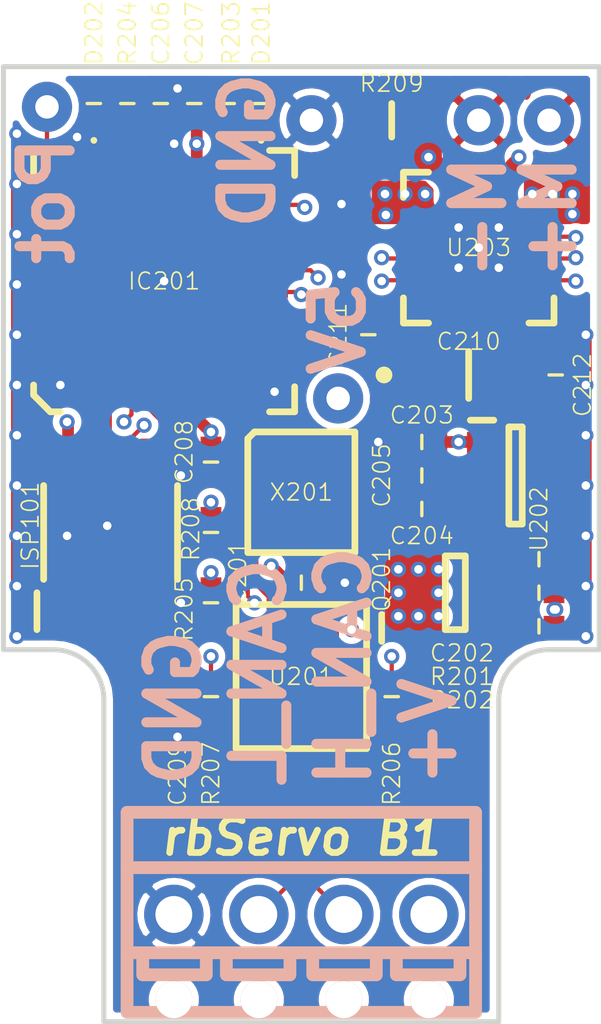
<source format=kicad_pcb>
(kicad_pcb (version 3) (host pcbnew "(2014-03-01 BZR 4730)-product")
  (layers (15 F.Cu signal) (2 Inner2.Cu signal) (1 Inner1.Cu signal) (0 B.Cu signal) (18 B.Paste user) (19 F.Paste user) (20 B.SilkS user) (21 F.SilkS user) (22 B.Mask user) (23 F.Mask user) (28 Edge.Cuts user))
  (net 0 "")
  (net 1 +5V)
  (net 2 +BATT)
  (net 3 /Core/ARef)
  (net 4 /Core/CAN_HIGH)
  (net 5 /Core/CAN_LOW)
  (net 6 /Core/CAN_RX)
  (net 7 /Core/CAN_TX)
  (net 8 /Core/ISP_MISO)
  (net 9 /Core/ISP_MOSI)
  (net 10 /Core/ISP_RES)
  (net 11 /Core/ISP_SCK)
  (net 12 /Core/Isense)
  (net 13 /Core/M+)
  (net 14 /Core/M-)
  (net 15 /Core/PWM_A)
  (net 16 /Core/PWM_B)
  (net 17 /Core/Vcp)
  (net 18 /Core/aPot)
  (net 19 /Core/ledA)
  (net 20 /Core/ledB)
  (net 21 /Core/m_EN)
  (net 22 /Core/m_FAULT)
  (net 23 /Core/uBattFB)
  (net 24 /Core/uIn)
  (net 25 /Core/vInt)
  (net 26 GND)
  (net 27 "Net-(C204-Pad1)")
  (net 28 "Net-(C205-Pad1)")
  (net 29 "Net-(C209-Pad2)")
  (net 30 "Net-(D201-Pad1)")
  (net 31 "Net-(D202-Pad1)")
  (net 32 "Net-(IC201-Pad14)")
  (net 33 "Net-(IC201-Pad23)")
  (net 34 "Net-(IC201-Pad24)")
  (net 35 "Net-(IC201-Pad25)")
  (net 36 "Net-(IC201-Pad27)")
  (net 37 "Net-(IC201-Pad28)")
  (net 38 "Net-(IC201-Pad29)")
  (net 39 "Net-(IC201-Pad30)")
  (net 40 "Net-(IC201-Pad32)")
  (net 41 "Net-(IC201-Pad8)")
  (net 42 "Net-(IC201-Pad9)")
  (net 43 "Net-(U201-Pad5)")
  (module SOT:SOT-23 (layer F.Cu) (at 166.4 108.2 270)
    (fp_text reference U202 (at 1.3 -0.7 450) (layer F.SilkS) (effects (font (size 0.5 0.5) (thickness 0.05))))
    (fp_text value LM3480 hide)
    (pad 3 smd rect (at 0 -1 270) (size 0.7 0.9) (layers F.Cu F.Paste F.Mask) (net 26 GND))
    (pad 1 smd rect (at -0.95 1 270) (size 0.7 0.9) (layers F.Cu F.Paste F.Mask) (net 1 +5V))
    (pad 2 smd rect (at 0.95 1 270) (size 0.7 0.9) (layers F.Cu F.Paste F.Mask) (net 2 +BATT))
  )
  (module SOT:SOT323_SC-70 (layer F.Cu) (at 164.6 111.7 90)
    (fp_text reference Q201 (at 0.4 -2.2 270) (layer F.SilkS) (effects (font (size 0.5 0.5) (thickness 0.05))))
    (fp_text value PMF170XP hide)
    (pad 1 smd rect (at -0.65 0.925 90) (size 0.6 0.55) (layers F.Cu F.Paste F.Mask) (net 26 GND))
    (pad 2 smd rect (at 0.65 0.925 90) (size 0.6 0.55) (layers F.Cu F.Paste F.Mask) (net 2 +BATT))
    (pad 3 smd rect (at 0 -0.925 90) (size 0.6 0.55) (layers F.Cu F.Paste F.Mask) (net 24 /Core/uIn))
  )
  (module XTAL:SMD-2.5x2mm (layer F.Cu) (at 160 108.7 270)
    (fp_text reference X201 (at 0 0 360) (layer F.SilkS) (effects (font (size 0.5 0.5) (thickness 0.05))))
    (fp_text value 16MHz hide)
    (pad 1 smd rect (at -0.925 0.775 270) (size 1 0.9) (layers F.Cu F.Paste F.Mask) (net 27 "Net-(C204-Pad1)"))
    (pad 2 smd rect (at 0.925 0.775 270) (size 1 0.9) (layers F.Cu F.Paste F.Mask) (net 26 GND))
    (pad 3 smd rect (at 0.925 -0.775 270) (size 1 0.9) (layers F.Cu F.Paste F.Mask) (net 28 "Net-(C205-Pad1)"))
    (pad 4 smd rect (at -0.925 -0.775 270) (size 1 0.9) (layers F.Cu F.Paste F.Mask) (net 26 GND))
  )
  (module SMD_Discrete:0805-2012 (layer F.Cu) (at 162.7 97.6 180)
    (fp_text reference R209 (at 0 1.1 180) (layer F.SilkS) (effects (font (size 0.5 0.5) (thickness 0.05))))
    (fp_text value 200m hide)
    (pad 1 smd rect (at -0.75 0 180) (size 0.95 1.35) (layers F.Cu F.Paste F.Mask) (net 12 /Core/Isense))
    (pad 2 smd rect (at 0.75 0 180) (size 0.95 1.35) (layers F.Cu F.Paste F.Mask) (net 26 GND))
  )
  (module Pin_Header_1.27mm:2x3-RECEPTACLE-SMD (layer F.Cu) (at 154.3 109.9)
    (fp_text reference ISP101 (at -2.4 -0.2 90) (layer F.SilkS) (effects (font (size 0.5 0.5) (thickness 0.05))))
    (fp_text value ATMEL_ISP-6P hide)
    (pad 1 smd rect (at -1.27 1.775) (size 0.76 2.05) (layers F.Cu F.Paste F.Mask) (net 8 /Core/ISP_MISO))
    (pad 2 smd rect (at -1.27 -1.775) (size 0.76 2.05) (layers F.Cu F.Paste F.Mask) (net 1 +5V))
    (pad 3 smd rect (at 0 1.775) (size 0.76 2.05) (layers F.Cu F.Paste F.Mask) (net 11 /Core/ISP_SCK))
    (pad 4 smd rect (at 0 -1.775) (size 0.76 2.05) (layers F.Cu F.Paste F.Mask) (net 9 /Core/ISP_MOSI))
    (pad 5 smd rect (at 1.27 1.775) (size 0.76 2.05) (layers F.Cu F.Paste F.Mask) (net 10 /Core/ISP_RES))
    (pad 6 smd rect (at 1.27 -1.775) (size 0.76 2.05) (layers F.Cu F.Paste F.Mask) (net 26 GND))
  )
  (module Vias_and_Pads:0.7x1.5mm (layer B.Cu) (at 161.1 105.9)
    (fp_text reference P104 hide)
    (fp_text value 5V (at 0 -2.1 90) (layer B.SilkS) (effects (font (size 1.5 1.5) (thickness 0.3)) (justify mirror)))
    (pad 1 thru_hole circle (at 0 0) (size 1.5 1.5) (drill 0.7) (layers *.Cu *.Mask) (net 1 +5V))
  )
  (module Vias_and_Pads:0.7x1.5mm (layer B.Cu) (at 160.3 97.6)
    (fp_text reference P105 hide)
    (fp_text value GND (at -1.9 0.9 90) (layer B.SilkS) (effects (font (size 1.5 1.5) (thickness 0.3)) (justify mirror)))
    (pad 1 thru_hole circle (at 0 0) (size 1.5 1.5) (drill 0.7) (layers *.Cu *.Mask) (net 26 GND))
  )
  (module Vias_and_Pads:0.7x1.5mm (layer B.Cu) (at 152.4 97.2)
    (fp_text reference P109 hide)
    (fp_text value Pot (at 0 2.8 90) (layer B.SilkS) (effects (font (size 1.5 1.5) (thickness 0.3)) (justify mirror)))
    (pad 1 thru_hole circle (at 0 0) (size 1.5 1.5) (drill 0.7) (layers *.Cu *.Mask) (net 18 /Core/aPot))
  )
  (module Vias_and_Pads:0.7x1.5mm (layer B.Cu) (at 167.4 97.6)
    (fp_text reference P113 hide)
    (fp_text value M+ (at 0 2.9 90) (layer B.SilkS) (effects (font (size 1.5 1.5) (thickness 0.3)) (justify mirror)))
    (pad 1 thru_hole circle (at 0 0) (size 1.5 1.5) (drill 0.7) (layers *.Cu *.Mask) (net 13 /Core/M+))
  )
  (module Vias_and_Pads:0.7x1.5mm (layer B.Cu) (at 165.3 97.6)
    (fp_text reference P114 hide)
    (fp_text value M- (at 0 2.9 90) (layer B.SilkS) (effects (font (size 1.5 1.5) (thickness 0.3)) (justify mirror)))
    (pad 1 thru_hole circle (at 0 0) (size 1.5 1.5) (drill 0.7) (layers *.Cu *.Mask) (net 14 /Core/M-))
  )
  (module SMD_Tantalum:A-3216-18 (layer F.Cu) (at 165 105.2)
    (fp_text reference C210 (at 0 -1) (layer F.SilkS) (effects (font (size 0.5 0.5) (thickness 0.05))))
    (fp_text value 10u hide)
    (pad 1 smd rect (at -1.2 0) (size 1.42 1.13) (layers F.Cu F.Paste F.Mask) (net 2 +BATT))
    (pad 2 smd rect (at 1.2 0) (size 1.42 1.13) (layers F.Cu F.Paste F.Mask) (net 26 GND))
  )
  (module SMD_Discrete:0402-1005 (layer F.Cu) (at 160 111.4)
    (fp_text reference C201 (at -1.9 -0.3 270) (layer F.SilkS) (effects (font (size 0.5 0.5) (thickness 0.05))))
    (fp_text value 100n hide)
    (pad 1 smd rect (at -0.45 0) (size 0.62 0.62) (layers F.Cu F.Paste F.Mask) (net 1 +5V))
    (pad 2 smd rect (at 0.45 0) (size 0.62 0.62) (layers F.Cu F.Paste F.Mask) (net 26 GND))
  )
  (module SMD_Discrete:0402-1005 (layer F.Cu) (at 167.1 110.7)
    (fp_text reference C202 (at -2.3 2.8) (layer F.SilkS) (effects (font (size 0.5 0.5) (thickness 0.05))))
    (fp_text value 0µ1 hide)
    (pad 1 smd rect (at -0.45 0) (size 0.62 0.62) (layers F.Cu F.Paste F.Mask) (net 2 +BATT))
    (pad 2 smd rect (at 0.45 0) (size 0.62 0.62) (layers F.Cu F.Paste F.Mask) (net 26 GND))
  )
  (module SMD_Discrete:0402-1005 (layer F.Cu) (at 163.6 109.2)
    (fp_text reference C204 (at 0 0.8) (layer F.SilkS) (effects (font (size 0.5 0.5) (thickness 0.05))))
    (fp_text value 12p hide)
    (pad 1 smd rect (at -0.45 0) (size 0.62 0.62) (layers F.Cu F.Paste F.Mask) (net 27 "Net-(C204-Pad1)"))
    (pad 2 smd rect (at 0.45 0) (size 0.62 0.62) (layers F.Cu F.Paste F.Mask) (net 26 GND))
  )
  (module SMD_Discrete:0402-1005 (layer F.Cu) (at 163.6 108.2)
    (fp_text reference C205 (at -1.2 0 90) (layer F.SilkS) (effects (font (size 0.5 0.5) (thickness 0.05))))
    (fp_text value 12p hide)
    (pad 1 smd rect (at -0.45 0) (size 0.62 0.62) (layers F.Cu F.Paste F.Mask) (net 28 "Net-(C205-Pad1)"))
    (pad 2 smd rect (at 0.45 0) (size 0.62 0.62) (layers F.Cu F.Paste F.Mask) (net 26 GND))
  )
  (module SMD_Discrete:0402-1005 (layer F.Cu) (at 155.8 97.1 90)
    (fp_text reference C206 (at 2.1 0 90) (layer F.SilkS) (effects (font (size 0.5 0.5) (thickness 0.05))))
    (fp_text value 100n hide)
    (pad 1 smd rect (at -0.45 0 90) (size 0.62 0.62) (layers F.Cu F.Paste F.Mask) (net 3 /Core/ARef))
    (pad 2 smd rect (at 0.45 0 90) (size 0.62 0.62) (layers F.Cu F.Paste F.Mask) (net 26 GND))
  )
  (module SMD_Discrete:0402-1005 (layer F.Cu) (at 156.8 97.1 90)
    (fp_text reference C207 (at 2.1 0 90) (layer F.SilkS) (effects (font (size 0.5 0.5) (thickness 0.05))))
    (fp_text value 100n hide)
    (pad 1 smd rect (at -0.45 0 90) (size 0.62 0.62) (layers F.Cu F.Paste F.Mask) (net 1 +5V))
    (pad 2 smd rect (at 0.45 0 90) (size 0.62 0.62) (layers F.Cu F.Paste F.Mask) (net 26 GND))
  )
  (module SMD_Discrete:0402-1005 (layer F.Cu) (at 157.3 107.8 270)
    (fp_text reference C208 (at -0.3 0.8 270) (layer F.SilkS) (effects (font (size 0.5 0.5) (thickness 0.05))))
    (fp_text value 100n hide)
    (pad 1 smd rect (at -0.45 0 270) (size 0.62 0.62) (layers F.Cu F.Paste F.Mask) (net 1 +5V))
    (pad 2 smd rect (at 0.45 0 270) (size 0.62 0.62) (layers F.Cu F.Paste F.Mask) (net 26 GND))
  )
  (module SMD_Discrete:0402-1005 (layer F.Cu) (at 156.3 114.8 90)
    (fp_text reference C209 (at -2.3 0 90) (layer F.SilkS) (effects (font (size 0.5 0.5) (thickness 0.05))))
    (fp_text value cCAN hide)
    (pad 1 smd rect (at -0.45 0 90) (size 0.62 0.62) (layers F.Cu F.Paste F.Mask) (net 26 GND))
    (pad 2 smd rect (at 0.45 0 90) (size 0.62 0.62) (layers F.Cu F.Paste F.Mask) (net 29 "Net-(C209-Pad2)"))
  )
  (module SMD_Discrete:0402-1005 (layer F.Cu) (at 162 104 90)
    (fp_text reference C211 (at 0 -0.9 90) (layer F.SilkS) (effects (font (size 0.5 0.5) (thickness 0.05))))
    (fp_text value 100n hide)
    (pad 1 smd rect (at -0.45 0 90) (size 0.62 0.62) (layers F.Cu F.Paste F.Mask) (net 2 +BATT))
    (pad 2 smd rect (at 0.45 0 90) (size 0.62 0.62) (layers F.Cu F.Paste F.Mask) (net 17 /Core/Vcp))
  )
  (module SMD_Discrete:0402-1005 (layer F.Cu) (at 167.1 111.7)
    (fp_text reference R201 (at -2.3 2.5) (layer F.SilkS) (effects (font (size 0.5 0.5) (thickness 0.05))))
    (fp_text value 12k hide)
    (pad 1 smd rect (at -0.45 0) (size 0.62 0.62) (layers F.Cu F.Paste F.Mask) (net 2 +BATT))
    (pad 2 smd rect (at 0.45 0) (size 0.62 0.62) (layers F.Cu F.Paste F.Mask) (net 23 /Core/uBattFB))
  )
  (module SMD_Discrete:0402-1005 (layer F.Cu) (at 167.1 112.7 180)
    (fp_text reference R202 (at 2.3 -2.2 180) (layer F.SilkS) (effects (font (size 0.5 0.5) (thickness 0.05))))
    (fp_text value 22k hide)
    (pad 1 smd rect (at -0.45 0 180) (size 0.62 0.62) (layers F.Cu F.Paste F.Mask) (net 23 /Core/uBattFB))
    (pad 2 smd rect (at 0.45 0 180) (size 0.62 0.62) (layers F.Cu F.Paste F.Mask) (net 26 GND))
  )
  (module SMD_Discrete:0402-1005 (layer F.Cu) (at 157.8 97.1 90)
    (fp_text reference R203 (at 2.1 0.1 90) (layer F.SilkS) (effects (font (size 0.5 0.5) (thickness 0.05))))
    (fp_text value 400 hide)
    (pad 1 smd rect (at -0.45 0 90) (size 0.62 0.62) (layers F.Cu F.Paste F.Mask) (net 19 /Core/ledA))
    (pad 2 smd rect (at 0.45 0 90) (size 0.62 0.62) (layers F.Cu F.Paste F.Mask) (net 30 "Net-(D201-Pad1)"))
  )
  (module SMD_Discrete:0402-1005 (layer F.Cu) (at 154.8 97.1 90)
    (fp_text reference R204 (at 2.1 0 90) (layer F.SilkS) (effects (font (size 0.5 0.5) (thickness 0.05))))
    (fp_text value 400 hide)
    (pad 1 smd rect (at -0.45 0 90) (size 0.62 0.62) (layers F.Cu F.Paste F.Mask) (net 20 /Core/ledB))
    (pad 2 smd rect (at 0.45 0 90) (size 0.62 0.62) (layers F.Cu F.Paste F.Mask) (net 31 "Net-(D202-Pad1)"))
  )
  (module SMD_Discrete:0402-1005 (layer F.Cu) (at 157.3 112 270)
    (fp_text reference R205 (at 0.2 0.8 450) (layer F.SilkS) (effects (font (size 0.5 0.5) (thickness 0.05))))
    (fp_text value 10k hide)
    (pad 1 smd rect (at -0.45 0 270) (size 0.62 0.62) (layers F.Cu F.Paste F.Mask) (net 1 +5V))
    (pad 2 smd rect (at 0.45 0 270) (size 0.62 0.62) (layers F.Cu F.Paste F.Mask) (net 10 /Core/ISP_RES))
  )
  (module SMD_Discrete:0402-1005 (layer F.Cu) (at 162.7 114.8 90)
    (fp_text reference R206 (at -2.3 0 90) (layer F.SilkS) (effects (font (size 0.5 0.5) (thickness 0.05))))
    (fp_text value rCAN hide)
    (pad 1 smd rect (at -0.45 0 90) (size 0.62 0.62) (layers F.Cu F.Paste F.Mask) (net 4 /Core/CAN_HIGH))
    (pad 2 smd rect (at 0.45 0 90) (size 0.62 0.62) (layers F.Cu F.Paste F.Mask) (net 29 "Net-(C209-Pad2)"))
  )
  (module SMD_Discrete:0402-1005 (layer F.Cu) (at 157.3 114.8 270)
    (fp_text reference R207 (at 2.3 0 270) (layer F.SilkS) (effects (font (size 0.5 0.5) (thickness 0.05))))
    (fp_text value rCAN hide)
    (pad 1 smd rect (at -0.45 0 270) (size 0.62 0.62) (layers F.Cu F.Paste F.Mask) (net 29 "Net-(C209-Pad2)"))
    (pad 2 smd rect (at 0.45 0 270) (size 0.62 0.62) (layers F.Cu F.Paste F.Mask) (net 5 /Core/CAN_LOW))
  )
  (module SMD_Discrete:0402-1005 (layer F.Cu) (at 157.3 109.9 90)
    (fp_text reference R208 (at 0.1 -0.6 90) (layer F.SilkS) (effects (font (size 0.5 0.5) (thickness 0.05))))
    (fp_text value 4k7 hide)
    (pad 1 smd rect (at -0.45 0 90) (size 0.62 0.62) (layers F.Cu F.Paste F.Mask) (net 8 /Core/ISP_MISO))
    (pad 2 smd rect (at 0.45 0 90) (size 0.62 0.62) (layers F.Cu F.Paste F.Mask) (net 15 /Core/PWM_A))
  )
  (module SMD_Discrete:0402-1005 (layer F.Cu) (at 167.6 105.2 270)
    (fp_text reference C212 (at 0.3 -0.8 270) (layer F.SilkS) (effects (font (size 0.5 0.5) (thickness 0.05))))
    (fp_text value 2u2 hide)
    (pad 1 smd rect (at -0.45 0 270) (size 0.62 0.62) (layers F.Cu F.Paste F.Mask) (net 25 /Core/vInt))
    (pad 2 smd rect (at 0.45 0 270) (size 0.62 0.62) (layers F.Cu F.Paste F.Mask) (net 26 GND))
  )
  (module SMD_Discrete:0402-1005 (layer F.Cu) (at 163.6 107.2 180)
    (fp_text reference C203 (at 0 0.8 180) (layer F.SilkS) (effects (font (size 0.5 0.5) (thickness 0.05))))
    (fp_text value 0µ1 hide)
    (pad 1 smd rect (at -0.45 0 180) (size 0.62 0.62) (layers F.Cu F.Paste F.Mask) (net 1 +5V))
    (pad 2 smd rect (at 0.45 0 180) (size 0.62 0.62) (layers F.Cu F.Paste F.Mask) (net 26 GND))
  )
  (module SMD_Discrete:LED-0402-1005 (layer F.Cu) (at 153.8 97.1 270)
    (fp_text reference D202 (at -2.1 0 270) (layer F.SilkS) (effects (font (size 0.5 0.5) (thickness 0.05))))
    (fp_text value LED hide)
    (pad 1 smd rect (at -0.45 0 270) (size 0.62 0.62) (layers F.Cu F.Paste F.Mask) (net 31 "Net-(D202-Pad1)"))
    (pad 2 smd rect (at 0.45 0 270) (size 0.62 0.62) (layers F.Cu F.Paste F.Mask) (net 26 GND))
  )
  (module SMD_Discrete:LED-0402-1005 (layer F.Cu) (at 158.8 97.1 270)
    (fp_text reference D201 (at -2.1 0 270) (layer F.SilkS) (effects (font (size 0.5 0.5) (thickness 0.05))))
    (fp_text value LED hide)
    (pad 1 smd rect (at -0.45 0 270) (size 0.62 0.62) (layers F.Cu F.Paste F.Mask) (net 30 "Net-(D201-Pad1)"))
    (pad 2 smd rect (at 0.45 0 270) (size 0.62 0.62) (layers F.Cu F.Paste F.Mask) (net 26 GND))
  )
  (module SOT:SOT782-1 (layer F.Cu) (at 160 114.2 180)
    (fp_text reference U201 (at 0 0 180) (layer F.SilkS) (effects (font (size 0.5 0.5) (thickness 0.05))))
    (fp_text value TJA1051 hide)
    (pad 1 smd rect (at -0.975 1.45 180) (size 0.3 0.7) (layers F.Cu F.Paste F.Mask) (net 7 /Core/CAN_TX))
    (pad 9 smd rect (at 0 0 180) (size 2.45 1.65) (layers F.Cu F.Mask) (net 26 GND))
    (pad 2 smd rect (at -0.325 1.45 180) (size 0.3 0.7) (layers F.Cu F.Paste F.Mask) (net 26 GND))
    (pad 3 smd rect (at 0.325 1.45 180) (size 0.3 0.7) (layers F.Cu F.Paste F.Mask) (net 1 +5V))
    (pad 4 smd rect (at 0.975 1.45 180) (size 0.3 0.7) (layers F.Cu F.Paste F.Mask) (net 6 /Core/CAN_RX))
    (pad 5 smd rect (at 0.975 -1.45 180) (size 0.3 0.7) (layers F.Cu F.Paste F.Mask) (net 43 "Net-(U201-Pad5)"))
    (pad 6 smd rect (at 0.325 -1.45 180) (size 0.3 0.7) (layers F.Cu F.Paste F.Mask) (net 5 /Core/CAN_LOW))
    (pad 7 smd rect (at -0.325 -1.45 180) (size 0.3 0.7) (layers F.Cu F.Paste F.Mask) (net 4 /Core/CAN_HIGH))
    (pad 8 smd rect (at -0.975 -1.45 180) (size 0.3 0.7) (layers F.Cu F.Paste F.Mask) (net 26 GND))
  )
  (module QFN:QFN-32_0mm65 (layer F.Cu) (at 155.9 102.4)
    (fp_text reference IC201 (at 0 0) (layer F.SilkS) (effects (font (size 0.5 0.5) (thickness 0.05))))
    (fp_text value ATMEGA32M1_QFN32 hide)
    (pad 33 smd rect (at 0 0) (size 4.5 4.5) (layers F.Cu F.Mask) (net 26 GND))
    (pad 1 smd rect (at -2.275 3.225) (size 0.35 0.95) (layers F.Cu F.Paste F.Mask) (net 8 /Core/ISP_MISO))
    (pad 2 smd rect (at -1.625 3.225) (size 0.35 0.95) (layers F.Cu F.Paste F.Mask) (net 9 /Core/ISP_MOSI))
    (pad 3 smd rect (at -0.975 3.225) (size 0.35 0.95) (layers F.Cu F.Paste F.Mask) (net 16 /Core/PWM_B))
    (pad 4 smd rect (at -0.325 3.225) (size 0.35 0.95) (layers F.Cu F.Paste F.Mask) (net 1 +5V))
    (pad 5 smd rect (at 0.325 3.225) (size 0.35 0.95) (layers F.Cu F.Paste F.Mask) (net 26 GND))
    (pad 6 smd rect (at 0.975 3.225) (size 0.35 0.95) (layers F.Cu F.Paste F.Mask) (net 7 /Core/CAN_TX))
    (pad 7 smd rect (at 1.625 3.225) (size 0.35 0.95) (layers F.Cu F.Paste F.Mask) (net 6 /Core/CAN_RX))
    (pad 8 smd rect (at 2.275 3.225) (size 0.35 0.95) (layers F.Cu F.Paste F.Mask) (net 41 "Net-(IC201-Pad8)"))
    (pad 9 smd rect (at 3.225 2.275 90) (size 0.35 0.95) (layers F.Cu F.Paste F.Mask) (net 42 "Net-(IC201-Pad9)"))
    (pad 10 smd rect (at 3.225 1.625 90) (size 0.35 0.95) (layers F.Cu F.Paste F.Mask) (net 27 "Net-(C204-Pad1)"))
    (pad 11 smd rect (at 3.225 0.975 90) (size 0.35 0.95) (layers F.Cu F.Paste F.Mask) (net 28 "Net-(C205-Pad1)"))
    (pad 12 smd rect (at 3.225 0.325 90) (size 0.35 0.95) (layers F.Cu F.Paste F.Mask) (net 11 /Core/ISP_SCK))
    (pad 13 smd rect (at 3.225 -0.325 90) (size 0.35 0.95) (layers F.Cu F.Paste F.Mask) (net 23 /Core/uBattFB))
    (pad 14 smd rect (at 3.225 -0.975 90) (size 0.35 0.95) (layers F.Cu F.Paste F.Mask) (net 32 "Net-(IC201-Pad14)"))
    (pad 15 smd rect (at 3.225 -1.625 90) (size 0.35 0.95) (layers F.Cu F.Paste F.Mask) (net 22 /Core/m_FAULT))
    (pad 16 smd rect (at 3.225 -2.275 90) (size 0.35 0.95) (layers F.Cu F.Paste F.Mask) (net 21 /Core/m_EN))
    (pad 17 smd rect (at 2.275 -3.225) (size 0.35 0.95) (layers F.Cu F.Paste F.Mask) (net 12 /Core/Isense))
    (pad 18 smd rect (at 1.625 -3.225) (size 0.35 0.95) (layers F.Cu F.Paste F.Mask) (net 19 /Core/ledA))
    (pad 19 smd rect (at 0.975 -3.225) (size 0.35 0.95) (layers F.Cu F.Paste F.Mask) (net 1 +5V))
    (pad 20 smd rect (at 0.325 -3.225) (size 0.35 0.95) (layers F.Cu F.Paste F.Mask) (net 26 GND))
    (pad 21 smd rect (at -0.325 -3.225) (size 0.35 0.95) (layers F.Cu F.Paste F.Mask) (net 3 /Core/ARef))
    (pad 22 smd rect (at -0.975 -3.225) (size 0.35 0.95) (layers F.Cu F.Paste F.Mask) (net 20 /Core/ledB))
    (pad 23 smd rect (at -1.625 -3.225) (size 0.35 0.95) (layers F.Cu F.Paste F.Mask) (net 33 "Net-(IC201-Pad23)"))
    (pad 24 smd rect (at -2.275 -3.225) (size 0.35 0.95) (layers F.Cu F.Paste F.Mask) (net 34 "Net-(IC201-Pad24)"))
    (pad 25 smd rect (at -3.225 -2.275 90) (size 0.35 0.95) (layers F.Cu F.Paste F.Mask) (net 35 "Net-(IC201-Pad25)"))
    (pad 26 smd rect (at -3.225 -1.625 90) (size 0.35 0.95) (layers F.Cu F.Paste F.Mask) (net 18 /Core/aPot))
    (pad 27 smd rect (at -3.225 -0.975 90) (size 0.35 0.95) (layers F.Cu F.Paste F.Mask) (net 36 "Net-(IC201-Pad27)"))
    (pad 28 smd rect (at -3.225 -0.325 90) (size 0.35 0.95) (layers F.Cu F.Paste F.Mask) (net 37 "Net-(IC201-Pad28)"))
    (pad 29 smd rect (at -3.225 0.325 90) (size 0.35 0.95) (layers F.Cu F.Paste F.Mask) (net 38 "Net-(IC201-Pad29)"))
    (pad 30 smd rect (at -3.225 0.975 90) (size 0.35 0.95) (layers F.Cu F.Paste F.Mask) (net 39 "Net-(IC201-Pad30)"))
    (pad 31 smd rect (at -3.225 1.625 90) (size 0.35 0.95) (layers F.Cu F.Paste F.Mask) (net 10 /Core/ISP_RES))
    (pad 32 smd rect (at -3.225 2.275 90) (size 0.35 0.95) (layers F.Cu F.Paste F.Mask) (net 40 "Net-(IC201-Pad32)"))
  )
  (module QFN:PQFN-16 (layer F.Cu) (at 165.3 101.4 180)
    (fp_text reference U203 (at 0 0 180) (layer F.SilkS) (effects (font (size 0.5 0.5) (thickness 0.05))))
    (fp_text value DRV8833-QFN hide)
    (pad 1 smd rect (at -0.975 1.9 180) (size 0.35 1) (layers F.Cu F.Paste F.Mask) (net 12 /Core/Isense))
    (pad PPAD smd rect (at 0 0 180) (size 2.1 2.1) (layers F.Cu F.Mask) (net 26 GND))
    (pad 2 smd rect (at -0.325 1.9 180) (size 0.35 1) (layers F.Cu F.Paste F.Mask) (net 14 /Core/M-))
    (pad 3 smd rect (at 0.325 1.9 180) (size 0.35 1) (layers F.Cu F.Paste F.Mask) (net 14 /Core/M-))
    (pad 4 smd rect (at 0.975 1.9 180) (size 0.35 1) (layers F.Cu F.Paste F.Mask) (net 12 /Core/Isense))
    (pad 5 smd rect (at 1.9 0.975 270) (size 0.35 1) (layers F.Cu F.Paste F.Mask) (net 13 /Core/M+))
    (pad 6 smd rect (at 1.9 0.325 270) (size 0.35 1) (layers F.Cu F.Paste F.Mask) (net 22 /Core/m_FAULT))
    (pad 7 smd rect (at 1.9 -0.325 270) (size 0.35 1) (layers F.Cu F.Paste F.Mask) (net 15 /Core/PWM_A))
    (pad 8 smd rect (at 1.9 -0.975 270) (size 0.35 1) (layers F.Cu F.Paste F.Mask) (net 16 /Core/PWM_B))
    (pad 9 smd rect (at 0.975 -1.9) (size 0.35 1) (layers F.Cu F.Paste F.Mask) (net 17 /Core/Vcp))
    (pad 10 smd rect (at 0.325 -1.9) (size 0.35 1) (layers F.Cu F.Paste F.Mask) (net 2 +BATT))
    (pad 11 smd rect (at -0.325 -1.9) (size 0.35 1) (layers F.Cu F.Paste F.Mask) (net 26 GND))
    (pad 12 smd rect (at -0.975 -1.9) (size 0.35 1) (layers F.Cu F.Paste F.Mask) (net 25 /Core/vInt))
    (pad 13 smd rect (at -1.9 -0.975 90) (size 0.35 1) (layers F.Cu F.Paste F.Mask) (net 16 /Core/PWM_B))
    (pad 14 smd rect (at -1.9 -0.325 90) (size 0.35 1) (layers F.Cu F.Paste F.Mask) (net 15 /Core/PWM_A))
    (pad 15 smd rect (at -1.9 0.325 90) (size 0.35 1) (layers F.Cu F.Paste F.Mask) (net 21 /Core/m_EN))
    (pad 16 smd rect (at -1.9 0.975 90) (size 0.35 1) (layers F.Cu F.Paste F.Mask) (net 13 /Core/M+))
  )
  (module Outlines:rbServo_Outline (layer F.Cu) (at 160 110)
    (fp_text reference OL101 hide)
    (fp_text value OUTLINE hide)
  )
  (module rbv_connectors:MPT_0,5_2,54x04 (layer B.Cu) (at 160 121.3 180)
    (fp_text reference P101 hide)
    (fp_text value EXTCON hide)
    (pad 2 thru_hole circle (at -1.27 0 180) (size 1.778 1.778) (drill 1.1) (layers *.Cu *.Mask) (net 4 /Core/CAN_HIGH))
    (pad 1 thru_hole circle (at -3.81 0 180) (size 1.778 1.778) (drill 1.1) (layers *.Cu *.Mask) (net 24 /Core/uIn))
    (pad "" thru_hole circle (at -3.81 -2.54 180) (size 1.1 1.1) (drill 1.1) (layers *.Cu *.Mask B.SilkS))
    (pad "" thru_hole circle (at -1.27 -2.54 180) (size 1.1 1.1) (drill 1.1) (layers *.Cu *.Mask B.SilkS))
    (pad "" thru_hole circle (at 3.81 -2.54 180) (size 1.1 1.1) (drill 1.1) (layers *.Cu *.Mask B.SilkS))
    (pad "" thru_hole circle (at 1.27 -2.54 180) (size 1.1 1.1) (drill 1.1) (layers *.Cu *.Mask B.SilkS))
    (pad 3 thru_hole circle (at 1.27 0 180) (size 1.778 1.778) (drill 1.1) (layers *.Cu *.Mask) (net 5 /Core/CAN_LOW))
    (pad 4 thru_hole circle (at 3.81 0 180) (size 1.778 1.778) (drill 1.1) (layers *.Cu *.Mask) (net 26 GND))
  )
  (gr_text "rbServo B1" (at 160 119) (layer F.SilkS) (effects (font (size 1 1) (thickness 0.2) italic)))
  (gr_text GND (at 156.19 117.62 90) (layer B.SilkS) (effects (font (size 1.5 1.5) (thickness 0.3)) (justify right mirror)))
  (gr_text CAN_L (at 158.73 117.62 90) (layer B.SilkS) (effects (font (size 1.5 1.5) (thickness 0.3)) (justify right mirror)))
  (gr_text CAN_H (at 161.27 117.62 90) (layer B.SilkS) (effects (font (size 1.5 1.5) (thickness 0.3)) (justify right mirror)))
  (gr_text V+ (at 163.81 117.62 90) (layer B.SilkS) (effects (font (size 1.5 1.5) (thickness 0.3)) (justify right mirror)))
  (gr_arc (start 152.6 114.9) (end 152.6 113.4) (angle 90) (layer Edge.Cuts) (width 0.15))
  (gr_arc (start 167.4 114.9) (end 165.9 114.9) (angle 90) (layer Edge.Cuts) (width 0.15))
  (gr_line (start 165.9 124.5) (end 165.9 114.9) (angle 90) (layer Edge.Cuts) (width 0.15))
  (gr_line (start 154.1 124.5) (end 165.9 124.5) (angle 90) (layer Edge.Cuts) (width 0.15))
  (gr_line (start 154.1 114.9) (end 154.1 124.5) (angle 90) (layer Edge.Cuts) (width 0.15))
  (gr_line (start 151.1 113.4) (end 152.6 113.4) (angle 90) (layer Edge.Cuts) (width 0.15))
  (gr_line (start 151.1 96) (end 151.1 113.4) (angle 90) (layer Edge.Cuts) (width 0.15))
  (gr_line (start 168.9 96) (end 151.1 96) (angle 90) (layer Edge.Cuts) (width 0.15))
  (gr_line (start 168.9 113.4) (end 168.9 96) (angle 90) (layer Edge.Cuts) (width 0.15))
  (gr_line (start 167.4 113.4) (end 168.9 113.4) (angle 90) (layer Edge.Cuts) (width 0.15))
  (segment (start 157.3 111.55) (end 157.3 111.1) (width 0.35) (layer F.Cu) (net 1))
  (via (at 157.3 111.1) (size 0.4572) (layers F.Cu B.Cu) (net 1))
  (segment (start 157.35 111.55) (end 157.3 111.55) (width 0.127) (layer F.Cu) (net 1))
  (segment (start 153.03 108.125) (end 153.03 106.63) (width 0.35) (layer F.Cu) (net 1))
  (via (at 153 106.6) (size 0.4572) (layers F.Cu B.Cu) (net 1))
  (segment (start 153.03 106.63) (end 153 106.6) (width 0.35) (layer F.Cu) (net 1))
  (segment (start 159.55 111.4) (end 159.55 111.35) (width 0.35) (layer F.Cu) (net 1))
  (via (at 159.1 110.9) (size 0.4572) (layers F.Cu B.Cu) (net 1))
  (segment (start 159.55 111.35) (end 159.1 110.9) (width 0.35) (layer F.Cu) (net 1))
  (via (at 157.3 106.9) (size 0.4572) (layers F.Cu B.Cu) (net 1))
  (segment (start 157.3 106.9) (end 157.283102 106.9) (width 0.35) (layer F.Cu) (net 1))
  (segment (start 156.883102 106.5) (end 155.9 106.5) (width 0.35) (layer F.Cu) (net 1))
  (segment (start 157.283102 106.9) (end 156.883102 106.5) (width 0.35) (layer F.Cu) (net 1))
  (segment (start 155.9 106.5) (end 155.7 106.3) (width 0.35) (layer F.Cu) (net 1))
  (segment (start 157.3 107.35) (end 157.3 106.9) (width 0.35) (layer F.Cu) (net 1))
  (segment (start 155.9 106.5) (end 155.7 106.3) (width 0.35) (layer F.Cu) (net 1))
  (via (at 156.875 98.3) (size 0.4572) (layers F.Cu B.Cu) (net 1))
  (via (at 164.7 107.2) (size 0.4572) (layers F.Cu B.Cu) (net 1))
  (segment (start 164.05 107.2) (end 164.7 107.2) (width 0.35) (layer F.Cu) (net 1))
  (segment (start 164.7 107.2) (end 165.35 107.2) (width 0.35) (layer F.Cu) (net 1))
  (segment (start 165.35 107.2) (end 165.4 107.25) (width 0.35) (layer F.Cu) (net 1))
  (segment (start 156.875 99.175) (end 156.875 98.3) (width 0.35) (layer F.Cu) (net 1))
  (segment (start 156.875 98.3) (end 156.875 97.625) (width 0.35) (layer F.Cu) (net 1))
  (segment (start 156.875 97.625) (end 156.8 97.55) (width 0.35) (layer F.Cu) (net 1))
  (segment (start 159.675 112.75) (end 159.675 111.525) (width 0.35) (layer F.Cu) (net 1))
  (segment (start 159.675 111.525) (end 159.55 111.4) (width 0.35) (layer F.Cu) (net 1))
  (segment (start 155.575 106.175) (end 155.575 105.625) (width 0.35) (layer F.Cu) (net 1))
  (segment (start 155.7 106.3) (end 155.575 106.175) (width 0.35) (layer F.Cu) (net 1))
  (segment (start 166.65 111.7) (end 166.175 111.7) (width 0.35) (layer F.Cu) (net 2))
  (segment (start 166.175 111.7) (end 165.525 111.05) (width 0.35) (layer F.Cu) (net 2))
  (segment (start 166.65 110.7) (end 165.875 110.7) (width 0.35) (layer F.Cu) (net 2))
  (segment (start 165.875 110.7) (end 165.525 111.05) (width 0.35) (layer F.Cu) (net 2))
  (segment (start 162 104.45) (end 163.05 104.45) (width 0.35) (layer F.Cu) (net 2))
  (segment (start 163.05 104.45) (end 163.8 105.2) (width 0.35) (layer F.Cu) (net 2))
  (segment (start 164.975 103.3) (end 164.975 104.025) (width 0.35) (layer F.Cu) (net 2))
  (segment (start 164.975 104.025) (end 163.8 105.2) (width 0.35) (layer F.Cu) (net 2))
  (segment (start 155.575 99.175) (end 155.575 97.775) (width 0.35) (layer F.Cu) (net 3))
  (segment (start 155.575 97.775) (end 155.8 97.55) (width 0.35) (layer F.Cu) (net 3))
  (segment (start 160.127 116.4) (end 161.5 116.4) (width 0.127) (layer F.Cu) (net 4))
  (segment (start 162.65 115.25) (end 162.7 115.25) (width 0.127) (layer F.Cu) (net 4))
  (segment (start 161.5 116.4) (end 162.65 115.25) (width 0.127) (layer F.Cu) (net 4))
  (segment (start 161.27 121.3) (end 160.127 120.157) (width 0.127) (layer F.Cu) (net 4))
  (segment (start 160.325 115.898) (end 160.325 115.65) (width 0.127) (layer F.Cu) (net 4))
  (segment (start 160.127 116.096) (end 160.325 115.898) (width 0.127) (layer F.Cu) (net 4))
  (segment (start 160.127 120.157) (end 160.127 116.4) (width 0.127) (layer F.Cu) (net 4))
  (segment (start 160.127 116.4) (end 160.127 116.096) (width 0.127) (layer F.Cu) (net 4))
  (segment (start 159.872998 116.4) (end 158.45 116.4) (width 0.127) (layer F.Cu) (net 5))
  (segment (start 158.45 116.4) (end 157.3 115.25) (width 0.127) (layer F.Cu) (net 5))
  (segment (start 158.73 121.3) (end 159.872998 120.157002) (width 0.127) (layer F.Cu) (net 5))
  (segment (start 159.675 115.898) (end 159.675 115.65) (width 0.127) (layer F.Cu) (net 5))
  (segment (start 159.872998 116.095998) (end 159.675 115.898) (width 0.127) (layer F.Cu) (net 5))
  (segment (start 159.872998 120.157002) (end 159.872998 116.4) (width 0.127) (layer F.Cu) (net 5))
  (segment (start 159.872998 116.4) (end 159.872998 116.095998) (width 0.127) (layer F.Cu) (net 5))
  (segment (start 159.025 112.75) (end 159.025 111.825) (width 0.127) (layer F.Cu) (net 6))
  (segment (start 158.654002 110.454002) (end 158.5 110.3) (width 0.127) (layer F.Cu) (net 6))
  (segment (start 158.654002 111.454002) (end 158.654002 110.454002) (width 0.127) (layer F.Cu) (net 6))
  (segment (start 159.025 111.825) (end 158.654002 111.454002) (width 0.127) (layer F.Cu) (net 6))
  (segment (start 157.525 106.025) (end 157.525 105.625) (width 0.127) (layer F.Cu) (net 6))
  (segment (start 158.5 110.3) (end 158.5 107) (width 0.127) (layer F.Cu) (net 6))
  (segment (start 158.5 107) (end 157.525 106.025) (width 0.127) (layer F.Cu) (net 6))
  (segment (start 158.6 112) (end 158.4 111.8) (width 0.127) (layer F.Cu) (net 7))
  (segment (start 158.4 110.559214) (end 158.245998 110.405212) (width 0.127) (layer F.Cu) (net 7))
  (segment (start 158.4 111.8) (end 158.4 110.559214) (width 0.127) (layer F.Cu) (net 7))
  (segment (start 156.875 105.625) (end 156.875 105.975) (width 0.127) (layer F.Cu) (net 7))
  (segment (start 161.45 112.75) (end 160.975 112.75) (width 0.127) (layer F.Cu) (net 7))
  (segment (start 161.5 112.8) (end 161.45 112.75) (width 0.127) (layer F.Cu) (net 7))
  (via (at 161.5 112.8) (size 0.4572) (layers F.Cu B.Cu) (net 7))
  (via (at 158.6 112) (size 0.4572) (layers F.Cu B.Cu) (net 7))
  (segment (start 158.245998 107.105212) (end 158.245998 110.405212) (width 0.127) (layer F.Cu) (net 7))
  (segment (start 157.540786 106.4) (end 158.245998 107.105212) (width 0.127) (layer F.Cu) (net 7))
  (segment (start 157.3 106.4) (end 157.540786 106.4) (width 0.127) (layer F.Cu) (net 7))
  (segment (start 156.875 105.975) (end 157.3 106.4) (width 0.127) (layer F.Cu) (net 7))
  (segment (start 153.03 111.675) (end 153.03 112.33) (width 0.127) (layer F.Cu) (net 8))
  (segment (start 155.15 110.35) (end 157.3 110.35) (width 0.127) (layer F.Cu) (net 8))
  (segment (start 154.9 110.6) (end 155.15 110.35) (width 0.127) (layer F.Cu) (net 8))
  (segment (start 154.9 112.8) (end 154.9 110.6) (width 0.127) (layer F.Cu) (net 8))
  (segment (start 154.7 113) (end 154.9 112.8) (width 0.127) (layer F.Cu) (net 8))
  (segment (start 153.7 113) (end 154.7 113) (width 0.127) (layer F.Cu) (net 8))
  (segment (start 153.03 112.33) (end 153.7 113) (width 0.127) (layer F.Cu) (net 8))
  (segment (start 153.625 105.625) (end 153.625 110.475) (width 0.127) (layer F.Cu) (net 8))
  (segment (start 153.03 111.07) (end 153.03 111.675) (width 0.127) (layer F.Cu) (net 8))
  (segment (start 153.625 110.475) (end 153.03 111.07) (width 0.127) (layer F.Cu) (net 8))
  (segment (start 154.275 105.625) (end 154.275 108.1) (width 0.127) (layer F.Cu) (net 9))
  (segment (start 154.275 108.1) (end 154.3 108.125) (width 0.127) (layer F.Cu) (net 9))
  (segment (start 152.45 112.85) (end 152.45 105.85) (width 0.127) (layer F.Cu) (net 10))
  (segment (start 152.45 105.85) (end 152 105.4) (width 0.127) (layer F.Cu) (net 10))
  (segment (start 155.6 113) (end 155.6 111.705) (width 0.127) (layer F.Cu) (net 10))
  (segment (start 155.6 111.705) (end 155.57 111.675) (width 0.127) (layer F.Cu) (net 10))
  (segment (start 152.675 104.025) (end 152.375 104.025) (width 0.127) (layer F.Cu) (net 10))
  (segment (start 152 104.4) (end 152 105.4) (width 0.127) (layer F.Cu) (net 10))
  (segment (start 152.375 104.025) (end 152 104.4) (width 0.127) (layer F.Cu) (net 10))
  (segment (start 156.75 113) (end 157.3 112.45) (width 0.127) (layer F.Cu) (net 10))
  (segment (start 155.059214 113) (end 155.6 113) (width 0.127) (layer F.Cu) (net 10))
  (segment (start 155.6 113) (end 156.75 113) (width 0.127) (layer F.Cu) (net 10))
  (segment (start 154.805212 113.254002) (end 155.059214 113) (width 0.127) (layer F.Cu) (net 10))
  (segment (start 153.594788 113.254002) (end 154.805212 113.254002) (width 0.127) (layer F.Cu) (net 10))
  (segment (start 153.340786 113) (end 153.594788 113.254002) (width 0.127) (layer F.Cu) (net 10))
  (segment (start 152.6 113) (end 153.340786 113) (width 0.127) (layer F.Cu) (net 10))
  (segment (start 152.45 112.85) (end 152.6 113) (width 0.127) (layer F.Cu) (net 10))
  (segment (start 154.3 110.2) (end 154.9 109.6) (width 0.127) (layer F.Cu) (net 11))
  (segment (start 154.9 109.6) (end 154.9 107.1) (width 0.127) (layer F.Cu) (net 11))
  (via (at 155.3 106.7) (size 0.4572) (layers F.Cu B.Cu) (net 11))
  (segment (start 154.9 107.1) (end 155.3 106.7) (width 0.127) (layer F.Cu) (net 11))
  (via (at 160 102.8) (size 0.4572) (layers F.Cu B.Cu) (net 11))
  (segment (start 154.3 111.675) (end 154.3 110.2) (width 0.127) (layer F.Cu) (net 11))
  (segment (start 159.925 102.725) (end 160 102.8) (width 0.127) (layer F.Cu) (net 11))
  (segment (start 159.125 102.725) (end 159.925 102.725) (width 0.127) (layer F.Cu) (net 11))
  (segment (start 163.8 98.7) (end 161.6 98.7) (width 0.35) (layer F.Cu) (net 12))
  (segment (start 161.125 99.175) (end 158.175 99.175) (width 0.35) (layer F.Cu) (net 12))
  (segment (start 161.6 98.7) (end 161.125 99.175) (width 0.35) (layer F.Cu) (net 12))
  (segment (start 163.8 98.7) (end 164.325 99.225) (width 0.35) (layer F.Cu) (net 12))
  (segment (start 164.325 99.225) (end 164.325 99.5) (width 0.35) (layer F.Cu) (net 12))
  (segment (start 166.275 98.925) (end 166.5 98.7) (width 0.35) (layer F.Cu) (net 12))
  (via (at 166.5 98.7) (size 0.4572) (layers F.Cu B.Cu) (net 12))
  (segment (start 166.275 99.5) (end 166.275 98.925) (width 0.35) (layer F.Cu) (net 12))
  (via (at 163.8 98.7) (size 0.4572) (layers F.Cu B.Cu) (net 12))
  (segment (start 163.4 100.425) (end 162.525 100.425) (width 0.35) (layer F.Cu) (net 13))
  (via (at 162.525 100.425) (size 0.4572) (layers F.Cu B.Cu) (net 13))
  (segment (start 167.5 99.8) (end 166.9 99.8) (width 0.35) (layer F.Cu) (net 13))
  (via (at 168.1 100.4) (size 0.4572) (layers F.Cu B.Cu) (net 13))
  (via (at 168.1 99.8) (size 0.4572) (layers F.Cu B.Cu) (net 13))
  (via (at 167.5 99.8) (size 0.4572) (layers F.Cu B.Cu) (net 13))
  (via (at 166.9 99.8) (size 0.4572) (layers F.Cu B.Cu) (net 13))
  (segment (start 167.2 100.425) (end 168.075 100.425) (width 0.35) (layer F.Cu) (net 13))
  (segment (start 168.075 100.425) (end 168.1 100.4) (width 0.35) (layer F.Cu) (net 13))
  (segment (start 167.2 100.425) (end 166.9 100.125) (width 0.35) (layer F.Cu) (net 13))
  (segment (start 167.5 99.8) (end 168.1 99.8) (width 0.35) (layer F.Cu) (net 13))
  (segment (start 166.9 100.125) (end 166.9 99.8) (width 0.35) (layer F.Cu) (net 13))
  (segment (start 168.1 100.4) (end 168.1 99.8) (width 0.35) (layer F.Cu) (net 13))
  (segment (start 162.525 100.425) (end 162.5 100.4) (width 0.35) (layer F.Cu) (net 13))
  (segment (start 163.1 99.8) (end 163.7 99.8) (width 0.35) (layer F.Cu) (net 13))
  (segment (start 163.7 100.125) (end 163.7 99.8) (width 0.35) (layer F.Cu) (net 13))
  (via (at 163.7 99.8) (size 0.4572) (layers F.Cu B.Cu) (net 13))
  (via (at 163.1 99.8) (size 0.4572) (layers F.Cu B.Cu) (net 13))
  (segment (start 163.1 99.8) (end 162.5 99.8) (width 0.35) (layer F.Cu) (net 13))
  (via (at 162.5 99.8) (size 0.4572) (layers F.Cu B.Cu) (net 13))
  (segment (start 163.4 100.425) (end 163.7 100.125) (width 0.35) (layer F.Cu) (net 13))
  (segment (start 162.5 99.8) (end 162.5 100.4) (width 0.35) (layer F.Cu) (net 13))
  (via (at 157.3 109) (size 0.4572) (layers F.Cu B.Cu) (net 15))
  (segment (start 157.3 109.45) (end 157.3 109) (width 0.127) (layer F.Cu) (net 15))
  (via (at 162.4 101.7) (size 0.4572) (layers F.Cu B.Cu) (net 15))
  (segment (start 163.4 101.725) (end 162.425 101.725) (width 0.127) (layer F.Cu) (net 15))
  (segment (start 162.425 101.725) (end 162.4 101.7) (width 0.127) (layer F.Cu) (net 15))
  (segment (start 168.175 101.725) (end 167.2 101.725) (width 0.127) (layer F.Cu) (net 15))
  (segment (start 168.2 101.7) (end 168.175 101.725) (width 0.127) (layer F.Cu) (net 15))
  (via (at 168.2 101.7) (size 0.4572) (layers F.Cu B.Cu) (net 15))
  (segment (start 154.925 106.375) (end 154.7 106.6) (width 0.127) (layer F.Cu) (net 16))
  (via (at 154.7 106.6) (size 0.4572) (layers F.Cu B.Cu) (net 16))
  (segment (start 154.925 105.625) (end 154.925 106.375) (width 0.127) (layer F.Cu) (net 16))
  (segment (start 168.175 102.375) (end 168.2 102.4) (width 0.127) (layer F.Cu) (net 16))
  (via (at 168.2 102.4) (size 0.4572) (layers F.Cu B.Cu) (net 16))
  (segment (start 167.2 102.375) (end 168.175 102.375) (width 0.127) (layer F.Cu) (net 16))
  (segment (start 162.425 102.375) (end 162.4 102.4) (width 0.127) (layer F.Cu) (net 16))
  (via (at 162.4 102.4) (size 0.4572) (layers F.Cu B.Cu) (net 16))
  (segment (start 162.425 102.375) (end 163.4 102.375) (width 0.127) (layer F.Cu) (net 16))
  (segment (start 162 103.55) (end 164.075 103.55) (width 0.35) (layer F.Cu) (net 17))
  (segment (start 164.075 103.55) (end 164.325 103.3) (width 0.35) (layer F.Cu) (net 17))
  (segment (start 152.4 97.2) (end 152.4 99.4) (width 0.127) (layer F.Cu) (net 18))
  (segment (start 152 99.8) (end 152 100.5) (width 0.127) (layer F.Cu) (net 18))
  (segment (start 152.4 99.4) (end 152 99.8) (width 0.127) (layer F.Cu) (net 18))
  (segment (start 152.675 100.775) (end 152.275 100.775) (width 0.127) (layer F.Cu) (net 18))
  (segment (start 152.275 100.775) (end 152 100.5) (width 0.127) (layer F.Cu) (net 18))
  (segment (start 157.525 99.175) (end 157.525 97.825) (width 0.127) (layer F.Cu) (net 19))
  (segment (start 157.525 97.825) (end 157.8 97.55) (width 0.127) (layer F.Cu) (net 19))
  (segment (start 154.925 99.175) (end 154.925 97.675) (width 0.127) (layer F.Cu) (net 20))
  (segment (start 154.925 97.675) (end 154.8 97.55) (width 0.127) (layer F.Cu) (net 20))
  (segment (start 159.125 100.125) (end 160.025 100.125) (width 0.127) (layer F.Cu) (net 21))
  (segment (start 168.175 101.075) (end 168.2 101.1) (width 0.127) (layer F.Cu) (net 21))
  (via (at 168.2 101.1) (size 0.4572) (layers F.Cu B.Cu) (net 21))
  (segment (start 168.175 101.075) (end 167.2 101.075) (width 0.127) (layer F.Cu) (net 21))
  (via (at 160.1 100.2) (size 0.4572) (layers F.Cu B.Cu) (net 21))
  (segment (start 160.025 100.125) (end 160.1 100.2) (width 0.127) (layer F.Cu) (net 21))
  (segment (start 163.4 101.075) (end 160.975 101.075) (width 0.127) (layer F.Cu) (net 22))
  (segment (start 160.975 101.075) (end 160.675 100.775) (width 0.127) (layer F.Cu) (net 22))
  (segment (start 160.675 100.775) (end 159.125 100.775) (width 0.127) (layer F.Cu) (net 22))
  (via (at 167.55 112.2) (size 0.4572) (layers F.Cu B.Cu) (net 23))
  (via (at 167.6 112.2) (size 0.4572) (layers F.Cu B.Cu) (net 23))
  (segment (start 167.6 112.2) (end 167.55 112.2) (width 0.127) (layer B.Cu) (net 23))
  (segment (start 167.55 112.7) (end 167.55 112.2) (width 0.127) (layer F.Cu) (net 23))
  (segment (start 167.55 112.2) (end 167.55 111.7) (width 0.127) (layer F.Cu) (net 23))
  (segment (start 159.125 102.075) (end 160.275 102.075) (width 0.127) (layer F.Cu) (net 23))
  (via (at 160.5 102.3) (size 0.4572) (layers F.Cu B.Cu) (net 23))
  (segment (start 160.275 102.075) (end 160.5 102.3) (width 0.127) (layer F.Cu) (net 23))
  (segment (start 164.1 111.7) (end 164.1 112.4) (width 0.35) (layer F.Cu) (net 24))
  (via (at 164.1 112.4) (size 0.4572) (layers F.Cu B.Cu) (net 24))
  (segment (start 163.5 112.4) (end 162.9 112.4) (width 0.35) (layer F.Cu) (net 24))
  (segment (start 162.9 111.7) (end 162.9 112.4) (width 0.35) (layer F.Cu) (net 24))
  (via (at 162.9 112.4) (size 0.4572) (layers F.Cu B.Cu) (net 24))
  (via (at 162.9 111.7) (size 0.4572) (layers F.Cu B.Cu) (net 24))
  (via (at 163.5 112.4) (size 0.4572) (layers F.Cu B.Cu) (net 24))
  (segment (start 164.1 112.4) (end 163.5 112.4) (width 0.35) (layer F.Cu) (net 24))
  (via (at 164.1 111.7) (size 0.4572) (layers F.Cu B.Cu) (net 24))
  (segment (start 164.1 111) (end 163.5 111) (width 0.35) (layer F.Cu) (net 24))
  (via (at 163.5 111) (size 0.4572) (layers F.Cu B.Cu) (net 24))
  (segment (start 162.9 111) (end 162.9 111.7) (width 0.35) (layer F.Cu) (net 24))
  (segment (start 162.9 111.7) (end 163.675 111.7) (width 0.35) (layer F.Cu) (net 24))
  (via (at 162.9 111) (size 0.4572) (layers F.Cu B.Cu) (net 24))
  (segment (start 163.5 111) (end 162.9 111) (width 0.35) (layer F.Cu) (net 24))
  (via (at 164.1 111) (size 0.4572) (layers F.Cu B.Cu) (net 24))
  (segment (start 166.275 103.3) (end 166.275 103.425) (width 0.35) (layer F.Cu) (net 25))
  (segment (start 166.275 103.425) (end 167.6 104.75) (width 0.35) (layer F.Cu) (net 25))
  (via (at 168.5 113) (size 0.4572) (layers F.Cu B.Cu) (net 26))
  (via (at 168.5 110) (size 0.4572) (layers F.Cu B.Cu) (net 26))
  (segment (start 168.5 110) (end 168.5 111.5) (width 0.35) (layer F.Cu) (net 26))
  (via (at 168.5 111.5) (size 0.4572) (layers F.Cu B.Cu) (net 26))
  (segment (start 168.5 113) (end 168.5 111.5) (width 0.35) (layer B.Cu) (net 26))
  (via (at 168.5 108.5) (size 0.4572) (layers F.Cu B.Cu) (net 26))
  (segment (start 168.5 110) (end 168.5 108.5) (width 0.35) (layer B.Cu) (net 26))
  (segment (start 165.625 103.3) (end 165.625 102) (width 0.35) (layer F.Cu) (net 26))
  (segment (start 165.6 102.025) (end 165.6 102.1) (width 0.35) (layer F.Cu) (net 26))
  (segment (start 165.625 102) (end 165.6 102.025) (width 0.35) (layer F.Cu) (net 26))
  (segment (start 165.3 101.4) (end 165.9 102) (width 0.35) (layer B.Cu) (net 26))
  (via (at 165.9 102) (size 0.4572) (layers F.Cu B.Cu) (net 26))
  (segment (start 165.9 102) (end 164.7 102) (width 0.35) (layer F.Cu) (net 26))
  (via (at 164.7 102) (size 0.4572) (layers F.Cu B.Cu) (net 26))
  (via (at 165.9 100.8) (size 0.4572) (layers F.Cu B.Cu) (net 26))
  (segment (start 165.3 101.4) (end 164.7 100.8) (width 0.35) (layer B.Cu) (net 26))
  (via (at 164.7 100.8) (size 0.4572) (layers F.Cu B.Cu) (net 26))
  (segment (start 165.9 100.8) (end 164.7 100.8) (width 0.35) (layer F.Cu) (net 26))
  (via (at 165.3 101.4) (size 0.4572) (layers F.Cu B.Cu) (net 26))
  (segment (start 168.5 108.5) (end 168.5 107) (width 0.35) (layer F.Cu) (net 26))
  (via (at 168.5 104) (size 0.4572) (layers F.Cu B.Cu) (net 26))
  (segment (start 168.5 105.5) (end 168.5 104) (width 0.35) (layer F.Cu) (net 26))
  (via (at 168.5 105.5) (size 0.4572) (layers F.Cu B.Cu) (net 26))
  (segment (start 168.5 107) (end 168.5 105.5) (width 0.35) (layer B.Cu) (net 26))
  (via (at 168.5 107) (size 0.4572) (layers F.Cu B.Cu) (net 26))
  (segment (start 168.2 108.2) (end 168.5 108.5) (width 0.35) (layer F.Cu) (net 26))
  (segment (start 167.4 108.2) (end 168.2 108.2) (width 0.35) (layer F.Cu) (net 26))
  (segment (start 151.5 101) (end 151.5 99.5) (width 0.35) (layer F.Cu) (net 26))
  (via (at 151.5 108.5) (size 0.4572) (layers F.Cu B.Cu) (net 26))
  (segment (start 151.5 108.5) (end 151.5 107) (width 0.35) (layer B.Cu) (net 26))
  (via (at 151.5 107) (size 0.4572) (layers F.Cu B.Cu) (net 26))
  (segment (start 151.5 107) (end 151.5 105.5) (width 0.35) (layer F.Cu) (net 26))
  (via (at 151.5 105.5) (size 0.4572) (layers F.Cu B.Cu) (net 26))
  (segment (start 151.5 105.5) (end 151.5 104) (width 0.35) (layer B.Cu) (net 26))
  (via (at 151.5 104) (size 0.4572) (layers F.Cu B.Cu) (net 26))
  (segment (start 151.5 104) (end 151.5 102.5) (width 0.35) (layer F.Cu) (net 26))
  (via (at 151.5 102.5) (size 0.4572) (layers F.Cu B.Cu) (net 26))
  (segment (start 151.5 102.5) (end 151.5 101) (width 0.35) (layer B.Cu) (net 26))
  (via (at 151.5 101) (size 0.4572) (layers F.Cu B.Cu) (net 26))
  (segment (start 151.5 110) (end 151.5 108.5) (width 0.35) (layer F.Cu) (net 26))
  (via (at 151.5 98) (size 0.4572) (layers F.Cu B.Cu) (net 26))
  (segment (start 151.5 99.5) (end 151.5 98) (width 0.35) (layer B.Cu) (net 26))
  (via (at 151.5 99.5) (size 0.4572) (layers F.Cu B.Cu) (net 26))
  (segment (start 151.5 113) (end 151.5 111.5) (width 0.35) (layer B.Cu) (net 26))
  (via (at 151.5 111.5) (size 0.4572) (layers F.Cu B.Cu) (net 26))
  (segment (start 151.5 110) (end 153 110) (width 0.35) (layer B.Cu) (net 26))
  (segment (start 154.2 109.7) (end 153.3 109.7) (width 0.35) (layer B.Cu) (net 26))
  (segment (start 156.4 111.9) (end 154.2 109.7) (width 0.35) (layer B.Cu) (net 26))
  (via (at 154.2 109.7) (size 0.4572) (layers F.Cu B.Cu) (net 26))
  (segment (start 156.3 116) (end 156.3 115.25) (width 0.35) (layer F.Cu) (net 26))
  (via (at 156.4 112) (size 0.4572) (layers F.Cu B.Cu) (net 26))
  (segment (start 156.4 115.9) (end 156.4 112) (width 0.35) (layer B.Cu) (net 26))
  (segment (start 156.3 116) (end 156.4 115.9) (width 0.35) (layer B.Cu) (net 26))
  (via (at 156.3 116) (size 0.4572) (layers F.Cu B.Cu) (net 26))
  (segment (start 156.4 112) (end 156.4 111.9) (width 0.35) (layer B.Cu) (net 26))
  (segment (start 153 110) (end 153.3 109.7) (width 0.35) (layer B.Cu) (net 26))
  (via (at 153 110) (size 0.4572) (layers F.Cu B.Cu) (net 26))
  (via (at 151.5 110) (size 0.4572) (layers F.Cu B.Cu) (net 26))
  (segment (start 151.5 111.5) (end 151.5 110) (width 0.35) (layer F.Cu) (net 26))
  (via (at 151.5 113) (size 0.4572) (layers F.Cu B.Cu) (net 26))
  (segment (start 162.3 107.2) (end 160.7 107.2) (width 0.35) (layer B.Cu) (net 26))
  (via (at 162.3 107.2) (size 0.4572) (layers F.Cu B.Cu) (net 26))
  (segment (start 163.15 107.2) (end 162.3 107.2) (width 0.35) (layer F.Cu) (net 26))
  (via (at 159.2 105.7) (size 0.4572) (layers F.Cu B.Cu) (net 26))
  (segment (start 160.7 107.2) (end 159.2 105.7) (width 0.35) (layer B.Cu) (net 26))
  (segment (start 161.2 102.2) (end 161.2 100.1) (width 0.35) (layer B.Cu) (net 26))
  (segment (start 157.4 100.9) (end 160.4 100.9) (width 0.35) (layer B.Cu) (net 26))
  (segment (start 160.4 100.9) (end 161.2 100.1) (width 0.35) (layer B.Cu) (net 26))
  (via (at 161.2 100.1) (size 0.4572) (layers F.Cu B.Cu) (net 26))
  (segment (start 157.4 100.9) (end 155.9 102.4) (width 0.35) (layer B.Cu) (net 26))
  (via (at 161.2 102.2) (size 0.4572) (layers F.Cu B.Cu) (net 26))
  (segment (start 155.9 102.4) (end 152.8 105.5) (width 0.35) (layer B.Cu) (net 26))
  (via (at 152.8 105.5) (size 0.4572) (layers F.Cu B.Cu) (net 26))
  (via (at 155.9 102.4) (size 0.4572) (layers F.Cu B.Cu) (net 26))
  (segment (start 159.225 109.625) (end 159.225 109.841898) (width 0.35) (layer F.Cu) (net 26))
  (segment (start 160.45 111.066898) (end 160.45 111.4) (width 0.35) (layer F.Cu) (net 26))
  (segment (start 159.225 109.841898) (end 160.45 111.066898) (width 0.35) (layer F.Cu) (net 26))
  (segment (start 160.45 111.4) (end 161.3 111.4) (width 0.35) (layer F.Cu) (net 26))
  (via (at 161.3 111.4) (size 0.4572) (layers F.Cu B.Cu) (net 26))
  (segment (start 156.225 99.175) (end 156.225 102.075) (width 0.35) (layer F.Cu) (net 26))
  (segment (start 156.225 102.075) (end 155.9 102.4) (width 0.35) (layer F.Cu) (net 26))
  (segment (start 156.225 99.175) (end 156.225 98.325) (width 0.35) (layer F.Cu) (net 26))
  (via (at 156.2 98.3) (size 0.4572) (layers F.Cu B.Cu) (net 26))
  (segment (start 156.225 98.325) (end 156.2 98.3) (width 0.35) (layer F.Cu) (net 26))
  (segment (start 153.8 97.55) (end 153.8 97.6) (width 0.35) (layer F.Cu) (net 26))
  (segment (start 153.8 97.6) (end 153.3 98.1) (width 0.35) (layer F.Cu) (net 26))
  (via (at 153.3 98.1) (size 0.4572) (layers F.Cu B.Cu) (net 26))
  (via (at 156.3 96.65) (size 0.4572) (layers F.Cu B.Cu) (net 26))
  (segment (start 155.8 96.65) (end 156.3 96.65) (width 0.35) (layer F.Cu) (net 26))
  (segment (start 156.3 96.65) (end 156.8 96.65) (width 0.35) (layer F.Cu) (net 26))
  (segment (start 157.3 108.25) (end 156.45 108.25) (width 0.35) (layer F.Cu) (net 26))
  (segment (start 156.325 108.125) (end 156.4 108.2) (width 0.35) (layer F.Cu) (net 26))
  (via (at 156.4 108.2) (size 0.4572) (layers F.Cu B.Cu) (net 26))
  (segment (start 156.325 108.125) (end 155.57 108.125) (width 0.35) (layer F.Cu) (net 26))
  (segment (start 156.45 108.25) (end 156.4 108.2) (width 0.35) (layer F.Cu) (net 26))
  (segment (start 165.625 103.3) (end 165.625 104.625) (width 0.35) (layer F.Cu) (net 26))
  (segment (start 165.625 104.625) (end 166.2 105.2) (width 0.35) (layer F.Cu) (net 26))
  (segment (start 160.325 112.75) (end 160.325 111.525) (width 0.35) (layer F.Cu) (net 26))
  (segment (start 160.325 111.525) (end 160.45 111.4) (width 0.35) (layer F.Cu) (net 26))
  (segment (start 156.225 105.625) (end 156.225 102.725) (width 0.35) (layer F.Cu) (net 26))
  (segment (start 156.225 102.725) (end 155.9 102.4) (width 0.35) (layer F.Cu) (net 26))
  (segment (start 160.975 115.65) (end 160.975 115.175) (width 0.35) (layer F.Cu) (net 26))
  (segment (start 160.975 115.175) (end 160 114.2) (width 0.35) (layer F.Cu) (net 26))
  (segment (start 160.325 112.75) (end 160.325 113.875) (width 0.35) (layer F.Cu) (net 26))
  (segment (start 160.325 113.875) (end 160 114.2) (width 0.35) (layer F.Cu) (net 26))
  (segment (start 159.7 108.559214) (end 159.7 108.25) (width 0.127) (layer F.Cu) (net 27))
  (segment (start 160 108.859214) (end 159.7 108.559214) (width 0.127) (layer F.Cu) (net 27))
  (segment (start 159.225 107.775) (end 159.7 108.25) (width 0.127) (layer F.Cu) (net 27))
  (segment (start 159.745998 105.054002) (end 159.845998 104.954002) (width 0.127) (layer F.Cu) (net 27))
  (segment (start 159.525 104.025) (end 159.845998 104.345998) (width 0.127) (layer F.Cu) (net 27))
  (segment (start 159.125 104.025) (end 159.525 104.025) (width 0.127) (layer F.Cu) (net 27))
  (segment (start 159.225 107.675) (end 159.745998 107.154002) (width 0.127) (layer F.Cu) (net 27))
  (segment (start 159.745998 107.154002) (end 159.745998 105.054002) (width 0.127) (layer F.Cu) (net 27))
  (segment (start 159.225 107.675) (end 159.225 107.775) (width 0.127) (layer F.Cu) (net 27))
  (segment (start 159.845998 104.954002) (end 159.845998 104.345998) (width 0.127) (layer F.Cu) (net 27))
  (segment (start 160 108.859214) (end 160 110.1) (width 0.127) (layer F.Cu) (net 27))
  (segment (start 160.3 110.4) (end 161.309214 110.4) (width 0.127) (layer F.Cu) (net 27))
  (segment (start 160 110.1) (end 160.3 110.4) (width 0.127) (layer F.Cu) (net 27))
  (segment (start 163.15 109.2) (end 162.509214 109.2) (width 0.127) (layer F.Cu) (net 27))
  (segment (start 162.509214 109.2) (end 161.309214 110.4) (width 0.127) (layer F.Cu) (net 27))
  (segment (start 160.775 109.625) (end 160.775 109.275) (width 0.127) (layer F.Cu) (net 28))
  (segment (start 160 105.3) (end 160.1 105.2) (width 0.127) (layer F.Cu) (net 28))
  (segment (start 160 108.5) (end 160 105.3) (width 0.127) (layer F.Cu) (net 28))
  (segment (start 160.775 109.275) (end 160 108.5) (width 0.127) (layer F.Cu) (net 28))
  (segment (start 160.775 109.625) (end 161.725 109.625) (width 0.127) (layer F.Cu) (net 28))
  (segment (start 161.725 109.625) (end 163.15 108.2) (width 0.127) (layer F.Cu) (net 28))
  (segment (start 160.1 104) (end 160.1 105.2) (width 0.127) (layer F.Cu) (net 28))
  (segment (start 159.475 103.375) (end 159.125 103.375) (width 0.127) (layer F.Cu) (net 28))
  (segment (start 160.1 104) (end 159.475 103.375) (width 0.127) (layer F.Cu) (net 28))
  (segment (start 157.3 114.35) (end 156.3 114.35) (width 0.127) (layer F.Cu) (net 29))
  (segment (start 157.3 114.35) (end 157.3 113.6) (width 0.127) (layer F.Cu) (net 29))
  (segment (start 162.7 113.6) (end 162.7 114.35) (width 0.127) (layer F.Cu) (net 29))
  (via (at 162.7 113.6) (size 0.4572) (layers F.Cu B.Cu) (net 29))
  (via (at 157.3 113.6) (size 0.4572) (layers F.Cu B.Cu) (net 29))
  (segment (start 157.8 96.65) (end 158.8 96.65) (width 0.127) (layer F.Cu) (net 30))
  (segment (start 154.8 96.65) (end 153.8 96.65) (width 0.127) (layer F.Cu) (net 31))
  (zone (net 14) (net_name /Core/M-) (layer F.Cu) (connect_pads thru_hole_only (clearance 0.2)) (min_thickness 0.2) (fill (arc_segments 32) (thermal_gap 0.2) (thermal_bridge_width 0.25))
    (polygon (pts (xy 164.7 100.1) (xy 165.9 100.1) (xy 165.9 98.9) (xy 166.3 98.4) (xy 166.3 96.1) (xy 164.4 96.1) (xy 164.4 98.5) (xy 164.7 98.9)))
  )
  (zone (net 13) (net_name /Core/M+) (layer F.Cu) (connect_pads thru_hole_only (clearance 0.2)) (min_thickness 0.2) (fill (arc_segments 32) (thermal_gap 0.2) (thermal_bridge_width 0.25))
    (polygon (pts (xy 168.8 100.7) (xy 166.6 100.7) (xy 166.6 96.1) (xy 168.8 96.1)))
  )
  (zone (net 12) (net_name /Core/Isense) (layer F.Cu) (connect_pads thru_hole_only (clearance 0.2)) (min_thickness 0.2) (fill (arc_segments 32) (thermal_gap 0.2) (thermal_bridge_width 0.25))
    (polygon (pts (xy 164.2 96.1) (xy 164.2 98.7) (xy 164.5 99) (xy 164.5 99.5) (xy 164.1 99.5) (xy 163.8 99.2) (xy 162.6 99.2) (xy 162.6 96.1)))
  )
  (zone (net 13) (net_name /Core/M+) (layer F.Cu) (connect_pads thru_hole_only (clearance 0.2)) (min_thickness 0.2) (fill (arc_segments 32) (thermal_gap 0.2) (thermal_bridge_width 0.25))
    (polygon (pts (xy 164 100.7) (xy 162.1 100.7) (xy 162.1 99.4) (xy 163.7 99.4) (xy 164 99.7)))
  )
  (zone (net 26) (net_name GND) (layer F.Cu) (connect_pads thru_hole_only (clearance 0.2)) (min_thickness 0.2) (fill (arc_segments 32) (thermal_gap 0.2) (thermal_bridge_width 0.25))
    (polygon (pts (xy 168.8 113.3) (xy 167.5 113.3) (xy 165.8 115) (xy 165.8 124.4) (xy 154.2 124.4) (xy 154.2 115) (xy 152.5 113.3) (xy 151.2 113.3) (xy 151.2 96.1) (xy 162.4 96.1) (xy 162.4 99.2) (xy 161.9 99.2) (xy 161.9 100.9) (xy 164.2 100.9) (xy 164.2 100.3) (xy 166.4 100.3) (xy 166.4 100.9) (xy 168.8 100.9)))
    (polygon (pts (xy 166.8 112.2) (xy 166.8 105.8) (xy 165.4 105.8) (xy 165.4 102.5) (xy 164.5 102.5) (xy 164.5 103.4) (xy 164 103.9) (xy 161.5 103.9) (xy 161.5 105.1) (xy 162.9 106.5) (xy 164.4 106.5) (xy 164.4 110.3) (xy 162.3 110.3) (xy 162.3 113.1) (xy 164.6 113.1) (xy 164.6 112.2)))
  )
  (zone (net 2) (net_name +BATT) (layer F.Cu) (connect_pads thru_hole_only (clearance 0.2)) (min_thickness 0.2) (fill (arc_segments 32) (thermal_gap 0.2) (thermal_bridge_width 0.25))
    (polygon (pts (xy 161.7 104.1) (xy 164.4 104.1) (xy 164.7 103.8) (xy 164.7 102.7) (xy 165.2 102.7) (xy 165.2 106.1) (xy 166.6 106.1) (xy 166.6 112) (xy 164.6 112) (xy 164.6 106.3) (xy 163 106.3) (xy 161.7 105) (xy 161.7 104.9)))
  )
  (zone (net 26) (net_name GND) (layer B.Cu) (connect_pads thru_hole_only (clearance 0.2)) (min_thickness 0.2) (fill (arc_segments 32) (thermal_gap 0.2) (thermal_bridge_width 0.25))
    (polygon (pts (xy 154.2 124.4) (xy 165.8 124.4) (xy 165.8 115) (xy 167.5 113.3) (xy 168.8 113.3) (xy 168.8 96.1) (xy 151.2 96.1) (xy 151.2 113.3) (xy 152.5 113.3) (xy 154.2 115)))
  )
  (zone (net 24) (net_name /Core/uIn) (layer F.Cu) (connect_pads thru_hole_only (clearance 0.2)) (min_thickness 0.2) (fill (arc_segments 32) (thermal_gap 0.2) (thermal_bridge_width 0.25))
    (polygon (pts (xy 164.4 110.5) (xy 164.4 112.9) (xy 162.5 112.9) (xy 162.5 110.5)))
  )
)
</source>
